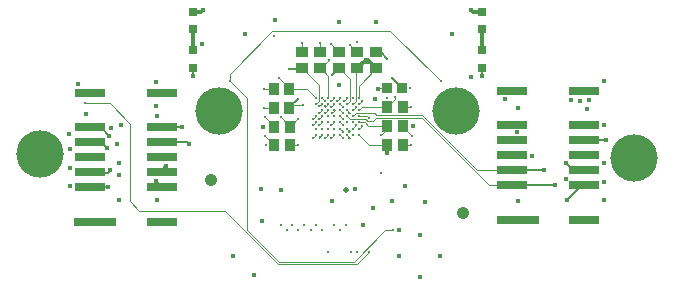
<source format=gbl>
G04*
G04 #@! TF.GenerationSoftware,Altium Limited,Altium Designer,19.0.11 (319)*
G04*
G04 Layer_Physical_Order=6*
G04 Layer_Color=16711680*
%FSLAX25Y25*%
%MOIN*%
G70*
G01*
G75*
%ADD11C,0.00394*%
%ADD12C,0.00787*%
%ADD16R,0.03543X0.03937*%
%ADD17R,0.03937X0.03543*%
%ADD18R,0.03347X0.03740*%
%ADD38C,0.03937*%
%ADD40C,0.01181*%
%ADD41C,0.15748*%
%ADD42C,0.01772*%
%ADD43C,0.01181*%
%ADD44C,0.01968*%
%ADD45C,0.02362*%
%ADD46C,0.00890*%
%ADD47R,0.10236X0.03150*%
%ADD48R,0.10236X0.02756*%
%ADD49R,0.14173X0.03150*%
%ADD50R,0.03150X0.03150*%
D11*
X-1785Y-2557D02*
X-803Y-1575D01*
X-75590Y4724D02*
X-68898Y-1969D01*
X-84055Y4724D02*
X-75590D01*
X21949Y3445D02*
X21949Y3445D01*
X24608D01*
X21949Y-8956D02*
X24608D01*
X21949Y-8957D02*
X21949Y-8956D01*
X-23917Y-6201D02*
X-20965Y-9154D01*
X-23819Y197D02*
Y197D01*
Y197D02*
X-20866Y-2756D01*
Y-2953D02*
Y-2756D01*
X-24114Y3347D02*
X-21063D01*
X-24114Y9547D02*
X-21063D01*
X-11713Y21850D02*
Y24902D01*
X-5512Y24803D02*
X-5512Y24803D01*
X-5512Y21752D02*
Y24803D01*
X-2067Y24508D02*
X689Y21752D01*
X4528Y24114D02*
X6890Y21752D01*
X6693D02*
X6890D01*
X21949Y-2953D02*
X25000Y-6004D01*
X21949Y-2953D02*
Y-2756D01*
X17913Y28839D02*
X34646Y12106D01*
X-21457Y28839D02*
X17913D01*
X-35728Y14567D02*
X-21457Y28839D01*
X-35728Y12205D02*
Y14567D01*
X-29937Y-37319D02*
X-19279Y-47977D01*
X-37303Y-31004D02*
X-19587Y-48720D01*
X-19279Y-47977D02*
X5862D01*
X-19587Y-48720D02*
X6791D01*
X-65748Y-31004D02*
X-37303D01*
X-29937Y-37319D02*
Y6413D01*
X5862Y-47977D02*
X16240Y-37598D01*
X6791Y-48720D02*
X10827Y-44685D01*
X-35728Y12205D02*
X-29937Y6413D01*
X16240Y-37598D02*
X18701D01*
X-68898Y-27854D02*
Y-1969D01*
Y-27854D02*
X-65748Y-31004D01*
X-12905Y-37292D02*
X-12795Y-37402D01*
X-13098Y-500D02*
X-13032D01*
X-15256Y-2658D02*
X-13098Y-500D01*
X-15650Y-9154D02*
X-12894D01*
X1252Y472D02*
X2234Y-510D01*
X1244Y4563D02*
X2226Y3581D01*
X2309Y5632D02*
X3291Y6614D01*
X5339Y2520D02*
X6321Y3502D01*
X7386Y4567D02*
X8368Y5549D01*
X3291Y2520D02*
X4274Y1537D01*
X1244Y2520D02*
X2226Y1537D01*
X1244Y-1575D02*
X2226Y-2557D01*
X3291Y-3622D02*
X4274Y-4604D01*
X1244Y-3622D02*
X2226Y-4604D01*
X1244Y-5669D02*
X2226Y-6652D01*
X-1785D02*
X-803Y-5669D01*
X-5880Y-6652D02*
X-4898Y-5669D01*
X-7927Y-6652D02*
X-6945Y-5669D01*
X-5880Y-2557D02*
X-4898Y-1575D01*
X-5880Y-510D02*
X-4898Y472D01*
X-3906Y3512D02*
X-2850Y4567D01*
X262Y5632D02*
X1244Y6614D01*
X-1785Y3585D02*
X-803Y4567D01*
X-5801Y3751D02*
X-5757D01*
X-4942Y4567D01*
X-4898D01*
X-1785Y5632D02*
X-803Y6614D01*
X-5953Y5559D02*
Y10973D01*
X-6945Y4567D02*
X-5953Y5559D01*
X-7927Y-510D02*
X-6945Y472D01*
X-1711Y1537D02*
X-728Y2520D01*
X-7838Y-2468D02*
X-6945Y-1575D01*
X-4898Y6614D02*
X-3915Y5632D01*
X-14961Y4134D02*
X-11122D01*
X-15748Y3347D02*
X-14961Y4134D01*
X-6945Y401D02*
Y472D01*
X7386Y-3622D02*
X8309Y-2699D01*
X3291Y-5669D02*
X4274Y-6652D01*
X-3833D02*
X-2850Y-5669D01*
X-3839Y1476D02*
X-2850Y2520D01*
X-5880Y1537D02*
X-4898Y2520D01*
X-803D02*
X-728D01*
X-803Y2432D02*
Y2520D01*
X-15256Y-2657D02*
X-15256Y-2658D01*
X-15551Y-2953D02*
X-15256Y-2657D01*
X5339Y-3622D02*
Y-3590D01*
X6330Y-2598D01*
X1244Y472D02*
X1252D01*
X-2850Y6614D02*
Y13972D01*
X1244Y4563D02*
Y4567D01*
X1201Y6614D02*
X1244D01*
X-15650Y-9154D02*
Y-8957D01*
X-18701Y197D02*
X-15551Y-2953D01*
X-19094Y13091D02*
X-19094D01*
X-15748Y9744D01*
Y9547D02*
Y9744D01*
X-2559Y19193D02*
X-2461D01*
X-5315Y16437D02*
X-2559Y19193D01*
X-5512Y16437D02*
X-5315D01*
X19291Y6299D02*
Y6791D01*
X16634Y3642D02*
X19291Y6299D01*
X16634Y3445D02*
Y3642D01*
X13244Y929D02*
X28370D01*
X12981Y-197D02*
X28445D01*
X-5315Y16437D02*
X-2850Y13972D01*
X-15748Y9547D02*
X-9878D01*
X-6945Y6614D01*
X16634Y-3741D02*
Y-2756D01*
X14666Y-5709D02*
X16634Y-3741D01*
X-11713Y16535D02*
X-11516D01*
X-5953Y10973D01*
X689Y16437D02*
X886D01*
X492D02*
X689D01*
X886D02*
X4283Y13040D01*
Y5559D02*
Y13040D01*
X3291Y4567D02*
X4283Y5559D01*
X6330D02*
Y15878D01*
X5339Y4567D02*
X6330Y5559D01*
Y15878D02*
X6890Y16437D01*
X12040Y-1137D02*
X12981Y-197D01*
X28445D02*
X50846Y-22598D01*
X8311Y3445D02*
X16634D01*
X7386Y2520D02*
X8311Y3445D01*
X12709Y1464D02*
X13244Y929D01*
X6330Y1464D02*
X12709D01*
X50846Y-22598D02*
X58366D01*
X46898Y-17598D02*
X58366D01*
X28370Y929D02*
X46898Y-17598D01*
X10159Y-1137D02*
X12040D01*
X9605Y-583D02*
X10159Y-1137D01*
X4347Y-583D02*
X9605D01*
X3291Y472D02*
X4347Y-583D01*
X5339Y472D02*
X6330Y1464D01*
X9305Y-1575D02*
X10486Y-2756D01*
X7386Y-1575D02*
X9305D01*
X10486Y-2756D02*
X16634D01*
X10158Y472D02*
X10630Y0D01*
X7386Y472D02*
X10158D01*
X13780Y9547D02*
X13976Y9744D01*
X16732D01*
X7386Y10634D02*
X13189Y16437D01*
X7386Y6614D02*
Y10634D01*
X16634Y-11811D02*
Y-8957D01*
X16634Y-8957D02*
X16634Y-8957D01*
X3270Y-5691D02*
X3291Y-5669D01*
X7386D02*
X10673Y-8957D01*
X16634D01*
D12*
X-75906Y-6004D02*
X-75886D01*
X-78642Y-3268D02*
X-75906Y-6004D01*
X-82382Y-3268D02*
X-78642D01*
X14764Y21752D02*
X16831Y19685D01*
X13189Y21752D02*
X14764D01*
X-76378Y-18307D02*
X-75492Y-17421D01*
X-82342Y-18307D02*
X-76378D01*
X-82382Y-18268D02*
X-82342Y-18307D01*
X-82382Y-23268D02*
X-76083D01*
X-1673Y14272D02*
X492Y16437D01*
X-15748Y3543D02*
X-12992Y6299D01*
X-15748Y3347D02*
Y3543D01*
X-16043Y16339D02*
X-11909D01*
X-11713Y16535D01*
X18406Y13189D02*
X21850Y9744D01*
X58366Y-22598D02*
X72736D01*
X-76673Y-10236D02*
X-76673D01*
X-78642Y-8268D02*
X-76673Y-10236D01*
X-82382Y-8268D02*
X-78642D01*
X-47933Y13878D02*
Y16634D01*
X48327Y13780D02*
Y16634D01*
X-58366Y-3268D02*
X-51575D01*
X-49803Y-8268D02*
X-49311Y-8760D01*
X-58366Y-8268D02*
X-49803D01*
X-57874Y-16929D02*
X-56890Y-15945D01*
X-57874Y-18268D02*
Y-16929D01*
X-58366Y-18268D02*
X-57874D01*
X-60374Y-21260D02*
X-58366Y-23268D01*
X58366Y-17598D02*
X69095D01*
X82382Y-7598D02*
X89882D01*
X79016Y-17598D02*
X82382D01*
X76575Y-15157D02*
X79016Y-17598D01*
X81732Y-22598D02*
X82382D01*
X76772Y-27559D02*
X81732Y-22598D01*
D16*
X-20866Y-2953D02*
D03*
X-15551D02*
D03*
X-21063Y3347D02*
D03*
X-15748D02*
D03*
X-21063Y9547D02*
D03*
X-15748D02*
D03*
X21949Y-8957D02*
D03*
X16634D02*
D03*
X21949Y-2756D02*
D03*
X16634D02*
D03*
X21949Y3445D02*
D03*
X16634D02*
D03*
X-15650Y-9154D02*
D03*
X-20965D02*
D03*
D17*
X-11713Y16535D02*
D03*
Y21850D02*
D03*
X-5512Y21752D02*
D03*
Y16437D02*
D03*
X13189Y21752D02*
D03*
Y16437D02*
D03*
X689Y16437D02*
D03*
Y21752D02*
D03*
X6890Y16437D02*
D03*
Y21752D02*
D03*
D18*
X21850Y9744D02*
D03*
X16732D02*
D03*
D38*
X42028Y-31890D02*
G03*
X42028Y-31890I-0J0D01*
G01*
X-42027Y-20866D02*
G03*
X-42027Y-20866I-0J0D01*
G01*
D40*
X9350Y18898D02*
X10728D01*
X6890Y16437D02*
X9350Y18898D01*
X10728D02*
X13189Y16437D01*
X-47933Y22539D02*
Y29429D01*
X-45079Y35335D02*
X-44587Y35827D01*
X-47933Y35335D02*
X-45079D01*
X45374D02*
X48327D01*
X44783Y35925D02*
X45374Y35335D01*
X48327Y22539D02*
Y29429D01*
D41*
X39664Y2362D02*
D03*
X-39076D02*
D03*
X-99016Y-12106D02*
D03*
X99016Y-13484D02*
D03*
D42*
X8858Y-35925D02*
D03*
X18307Y-27800D02*
D03*
X6102Y-23622D02*
D03*
X22638Y-22933D02*
D03*
X-34547Y-46063D02*
D03*
X34547Y-46063D02*
D03*
X27657Y-52953D02*
D03*
X20768Y-46063D02*
D03*
X44882Y13681D02*
D03*
X38287Y28051D02*
D03*
X-20472Y32677D02*
D03*
X-30512Y28051D02*
D03*
X-44980Y24508D02*
D03*
X-75886Y-6004D02*
D03*
X-86319Y11319D02*
D03*
X-75394Y-3347D02*
D03*
X-83465Y1280D02*
D03*
X-59842Y394D02*
D03*
X-60335Y3740D02*
D03*
X-73130Y-8760D02*
D03*
X-72638Y-18996D02*
D03*
X-72736Y-14961D02*
D03*
Y-27362D02*
D03*
X-27657Y-52461D02*
D03*
X27657Y-39173D02*
D03*
X20669Y-37303D02*
D03*
X29331Y-27953D02*
D03*
X56102Y6102D02*
D03*
X60138Y-4921D02*
D03*
X65256Y-12795D02*
D03*
X89173Y-27559D02*
D03*
Y-21358D02*
D03*
Y-15157D02*
D03*
Y-2461D02*
D03*
X83366Y2953D02*
D03*
X-75492Y-17421D02*
D03*
X-76083Y-23268D02*
D03*
X-25297Y-23722D02*
D03*
X-1673Y-27659D02*
D03*
X-24803Y-34547D02*
D03*
X-89075Y-5610D02*
D03*
X12697Y6299D02*
D03*
X689Y10728D02*
D03*
X12205Y-30217D02*
D03*
X-18701Y-24213D02*
D03*
X13780Y9547D02*
D03*
X16634Y-11811D02*
D03*
X13189Y31890D02*
D03*
X689D02*
D03*
X-24705Y-2953D02*
D03*
X25492Y-2756D02*
D03*
X60532Y3150D02*
D03*
X60335Y-27756D02*
D03*
X78051Y5906D02*
D03*
X84153Y6004D02*
D03*
X81201Y5709D02*
D03*
X89173Y12303D02*
D03*
X-88976Y-22835D02*
D03*
X-88976Y-10433D02*
D03*
X-88976Y-16634D02*
D03*
X-76673Y-10236D02*
D03*
X-60236Y11811D02*
D03*
X-71752Y-2461D02*
D03*
X-47933Y13878D02*
D03*
X-44587Y35827D02*
D03*
X48327Y13780D02*
D03*
X44783Y35925D02*
D03*
X-51575Y-3268D02*
D03*
X-49311Y-8760D02*
D03*
X-56890Y-15945D02*
D03*
X-60374Y-21260D02*
D03*
X-60039Y-27362D02*
D03*
X72736Y-22598D02*
D03*
X69095Y-17598D02*
D03*
X89882Y-7598D02*
D03*
X76575Y-15157D02*
D03*
X76772Y-27559D02*
D03*
X76378Y-20374D02*
D03*
D43*
X4252Y-6673D02*
D03*
X2205Y-4626D02*
D03*
X-84055Y4724D02*
D03*
X-23917Y-6201D02*
D03*
X-23819Y197D02*
D03*
X-24114Y3347D02*
D03*
Y9547D02*
D03*
X-11712Y24902D02*
D03*
X-5512Y24803D02*
D03*
X-2067Y24508D02*
D03*
X4528Y24114D02*
D03*
X16831Y19685D02*
D03*
X-23623Y-9154D02*
D03*
X25000Y-6004D02*
D03*
X24608Y-8956D02*
D03*
Y3445D02*
D03*
X24509Y9745D02*
D03*
X6890Y25295D02*
D03*
X-20768Y27362D02*
D03*
X-14863Y-35927D02*
D03*
X4921Y-44685D02*
D03*
X6890D02*
D03*
X34646Y12106D02*
D03*
X-35728Y12205D02*
D03*
X18701Y-37598D02*
D03*
X10827Y-44685D02*
D03*
X-2953D02*
D03*
X-984Y-35928D02*
D03*
X-4921Y-37598D02*
D03*
X-11024Y-35827D02*
D03*
X-7949Y-6630D02*
D03*
X-13032Y-500D02*
D03*
X-12894Y-9154D02*
D03*
X-8661Y-37402D02*
D03*
X-16732D02*
D03*
X-18701Y-35925D02*
D03*
X-12795Y-37402D02*
D03*
X2953Y-35928D02*
D03*
X984Y-37598D02*
D03*
X-6890Y-35928D02*
D03*
X-5610Y-6595D02*
D03*
X-3854Y-6630D02*
D03*
X-5902Y-488D02*
D03*
X2205Y3559D02*
D03*
X-3754Y3751D02*
D03*
X6342Y3480D02*
D03*
X8390Y5528D02*
D03*
X4252Y1516D02*
D03*
X2205D02*
D03*
Y-2579D02*
D03*
X4252Y-4626D02*
D03*
X2205Y-6673D02*
D03*
X-1807Y-6630D02*
D03*
X-5902Y-2535D02*
D03*
X-5801Y3751D02*
D03*
X-3839Y1476D02*
D03*
X-5906D02*
D03*
X-1807Y3606D02*
D03*
X-7949Y-488D02*
D03*
X-7838Y-2468D02*
D03*
X-3937Y5610D02*
D03*
X-11122Y4134D02*
D03*
X8366Y-2756D02*
D03*
X2287Y5654D02*
D03*
X240D02*
D03*
X2213Y-532D02*
D03*
X-1807Y-2535D02*
D03*
X-1732Y1559D02*
D03*
X-1807Y5654D02*
D03*
X6330Y-2598D02*
D03*
X-18701Y197D02*
D03*
X-19094Y13091D02*
D03*
X-2461Y19193D02*
D03*
X19291Y6791D02*
D03*
X-1673Y14272D02*
D03*
X14666Y-5709D02*
D03*
X14665Y-18307D02*
D03*
X-12992Y6299D02*
D03*
X-16043Y16339D02*
D03*
X18406Y13189D02*
D03*
X16634Y6397D02*
D03*
X10630Y0D02*
D03*
D44*
X3051Y-24016D02*
D03*
D45*
X10040Y18899D02*
D03*
D46*
X-6945Y-5669D02*
D03*
X-4898D02*
D03*
X-2850D02*
D03*
X-803D02*
D03*
X1244D02*
D03*
X3291D02*
D03*
X5339D02*
D03*
X7386D02*
D03*
X-6945Y-3622D02*
D03*
X-4898D02*
D03*
X-2850D02*
D03*
X-803D02*
D03*
X1244D02*
D03*
X3291D02*
D03*
X5339D02*
D03*
X7386D02*
D03*
X-6945Y-1575D02*
D03*
X-4898D02*
D03*
X-2850D02*
D03*
X-803D02*
D03*
X1244D02*
D03*
X3291D02*
D03*
X5339D02*
D03*
X7386D02*
D03*
X-6945Y472D02*
D03*
X-4898D02*
D03*
X-2850D02*
D03*
X-803D02*
D03*
X1244D02*
D03*
X3291D02*
D03*
X5339D02*
D03*
X7386D02*
D03*
X-4898Y2520D02*
D03*
X-2850D02*
D03*
X-803D02*
D03*
X1244D02*
D03*
X3291D02*
D03*
X5339D02*
D03*
X7386D02*
D03*
X-6945Y4567D02*
D03*
X-4898D02*
D03*
X-2850D02*
D03*
X-803D02*
D03*
X1244D02*
D03*
X3291D02*
D03*
X5339D02*
D03*
X7386D02*
D03*
X-6945Y6614D02*
D03*
X-4898D02*
D03*
X-2850D02*
D03*
X-803D02*
D03*
X1244D02*
D03*
X3291D02*
D03*
X5339D02*
D03*
X7386D02*
D03*
D47*
X-58366Y-34921D02*
D03*
Y8386D02*
D03*
X-82382D02*
D03*
X82382Y-34252D02*
D03*
Y9055D02*
D03*
X58366D02*
D03*
D48*
X-58366Y-23268D02*
D03*
Y-18268D02*
D03*
Y-13268D02*
D03*
Y-8268D02*
D03*
Y-3268D02*
D03*
X-82382D02*
D03*
Y-8268D02*
D03*
Y-13268D02*
D03*
Y-18268D02*
D03*
Y-23268D02*
D03*
X82382Y-22598D02*
D03*
Y-17598D02*
D03*
Y-12598D02*
D03*
Y-7598D02*
D03*
Y-2598D02*
D03*
X58366D02*
D03*
Y-7598D02*
D03*
Y-12598D02*
D03*
Y-17598D02*
D03*
Y-22598D02*
D03*
D49*
X-80413Y-34921D02*
D03*
X60335Y-34252D02*
D03*
D50*
X48327Y22539D02*
D03*
Y16634D02*
D03*
X-47933Y22539D02*
D03*
Y16634D02*
D03*
X48327Y35335D02*
D03*
Y29429D02*
D03*
X-47933Y35335D02*
D03*
Y29429D02*
D03*
M02*

</source>
